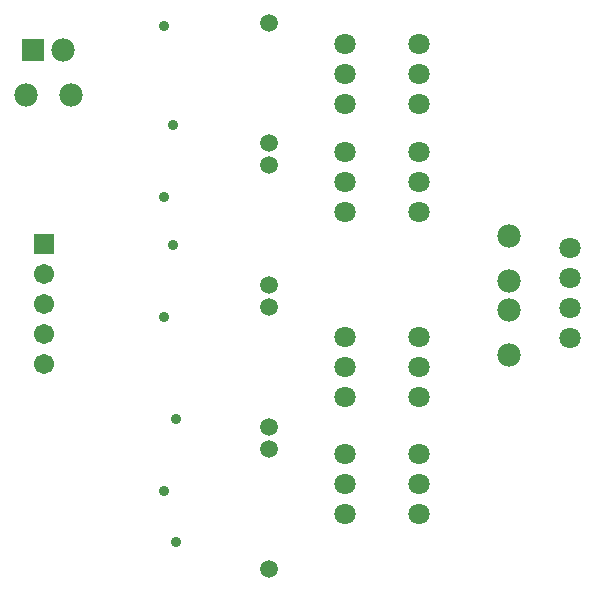
<source format=gbs>
G04*
G04 #@! TF.GenerationSoftware,Altium Limited,Altium Designer,21.9.2 (33)*
G04*
G04 Layer_Color=16711935*
%FSTAX24Y24*%
%MOIN*%
G70*
G04*
G04 #@! TF.SameCoordinates,70968F61-CF9C-473A-8EF3-60FC9ECF6E36*
G04*
G04*
G04 #@! TF.FilePolarity,Negative*
G04*
G01*
G75*
%ADD18C,0.0780*%
%ADD19C,0.0709*%
%ADD20C,0.0591*%
%ADD21R,0.0780X0.0780*%
%ADD22C,0.0671*%
%ADD23R,0.0671X0.0671*%
%ADD24C,0.0356*%
D18*
X0186Y04D02*
D03*
X0201D02*
D03*
X0347Y03285D02*
D03*
Y03135D02*
D03*
Y0353D02*
D03*
Y0338D02*
D03*
X01985Y0415D02*
D03*
D19*
X03675Y0319D02*
D03*
Y0329D02*
D03*
Y0339D02*
D03*
Y0349D02*
D03*
X0317Y0397D02*
D03*
Y0407D02*
D03*
Y0417D02*
D03*
X02925Y0397D02*
D03*
Y0407D02*
D03*
Y0417D02*
D03*
Y0361D02*
D03*
Y0371D02*
D03*
Y0381D02*
D03*
X0317D02*
D03*
Y0371D02*
D03*
Y0361D02*
D03*
Y03195D02*
D03*
Y03095D02*
D03*
Y02995D02*
D03*
X02925Y03195D02*
D03*
Y03095D02*
D03*
Y02995D02*
D03*
X0317Y02805D02*
D03*
Y02705D02*
D03*
Y02605D02*
D03*
X02925Y02805D02*
D03*
Y02705D02*
D03*
Y02605D02*
D03*
D20*
X0267Y037667D02*
D03*
Y033667D02*
D03*
Y032933D02*
D03*
Y028933D02*
D03*
Y0282D02*
D03*
Y0242D02*
D03*
Y0424D02*
D03*
Y0384D02*
D03*
D21*
X01885Y0415D02*
D03*
D22*
X0192Y03105D02*
D03*
Y03205D02*
D03*
Y03305D02*
D03*
Y03405D02*
D03*
D23*
Y03505D02*
D03*
D24*
X0236Y0292D02*
D03*
Y0251D02*
D03*
X0232Y0268D02*
D03*
Y0326D02*
D03*
X0235Y035D02*
D03*
Y039D02*
D03*
X0232Y0366D02*
D03*
Y0423D02*
D03*
M02*

</source>
